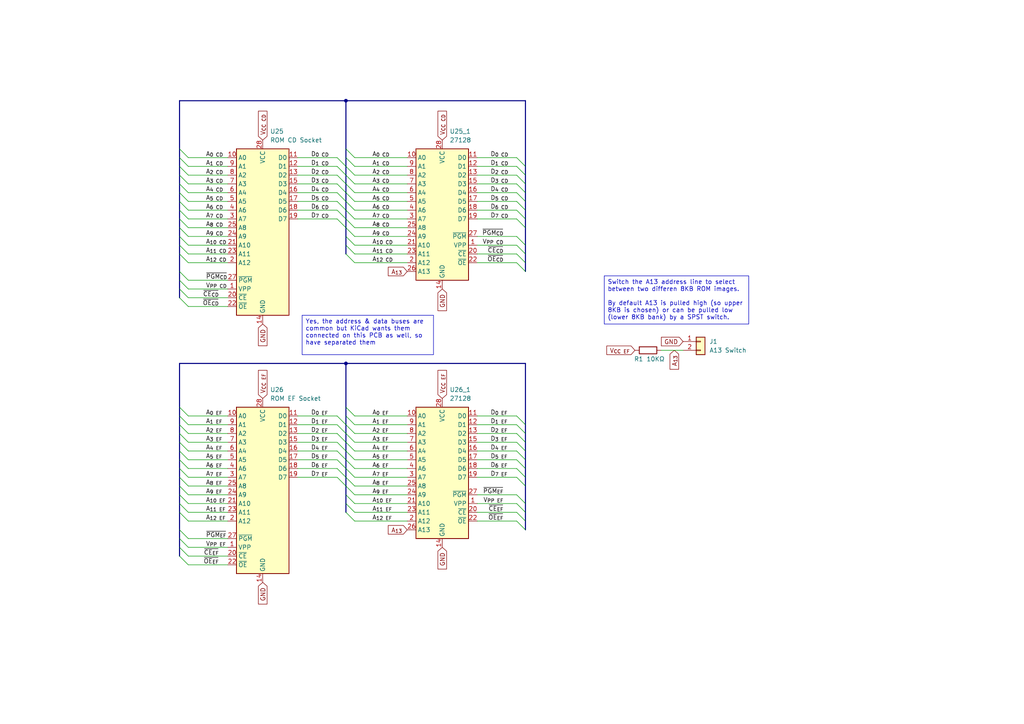
<source format=kicad_sch>
(kicad_sch (version 20250114) (generator "eeschema") (generator_version "9.0")
  (paper "A4")
  (title_block (title "2764 to 27128 Converter for MPF-III") (date "24/NOV/2025") (rev "A") (company "Brett Hallen") (comment 1 "www.youtube.com/@Brfff"))
  (lib_symbols
    (symbol "Connector_Generic:Conn_01x02" (pin_names (offset 1.016) (hide yes))
      (property "Reference" "J" (at 0 2.54 0))
      (property "Value" "Conn_01x02" (at 0 -5.08 0))
      (symbol "Conn_01x02_1_1"
        (rectangle (start -1.27 1.27) (end 1.27 -3.81) (stroke (width 0.254)) (fill (type background)))
        (rectangle (start -1.27 0.127) (end 0 -0.127) (stroke (width 0.1524)))
        (rectangle (start -1.27 -2.413) (end 0 -2.667) (stroke (width 0.1524)))
        (pin passive line (at -5.08 0 0) (length 3.81) (name "Pin_1") (number "1"))
        (pin passive line (at -5.08 -2.54 0) (length 3.81) (name "Pin_2") (number "2"))
      )
    )
    (symbol "Device:R" (pin_numbers (hide yes)) (pin_names (offset 0))
      (property "Reference" "R" (at 2.032 0 90))
      (property "Value" "R" (at 0 0 90))
      (symbol "R_0_1"
        (rectangle (start -1.016 -2.54) (end 1.016 2.54) (stroke (width 0.254)))
      )
      (symbol "R_1_1"
        (pin passive line (at 0 3.81 270) (length 1.27) (name "~") (number "1"))
        (pin passive line (at 0 -3.81 90) (length 1.27) (name "~") (number "2"))
      )
    )
    (symbol "Memory_EPROM:27128"
      (property "Reference" "U2" (at 2.1433 30.48 0))
      (property "Value" "27128" (at 2.1433 27.94 0))
      (symbol "27128_1_1"
        (rectangle (start -7.62 25.4) (end 7.62 -12.7) (stroke (width 0.254)) (fill (type background)))
        (pin input line (at -10.16 22.86 0) (length 2.54) (name "A0") (number "10"))
        (pin input line (at -10.16 20.32 0) (length 2.54) (name "A1") (number "9"))
        (pin input line (at -10.16 17.78 0) (length 2.54) (name "A2") (number "8"))
        (pin input line (at -10.16 15.24 0) (length 2.54) (name "A3") (number "7"))
        (pin input line (at -10.16 12.7 0) (length 2.54) (name "A4") (number "6"))
        (pin input line (at -10.16 10.16 0) (length 2.54) (name "A5") (number "5"))
        (pin input line (at -10.16 7.62 0) (length 2.54) (name "A6") (number "4"))
        (pin input line (at -10.16 5.08 0) (length 2.54) (name "A7") (number "3"))
        (pin input line (at -10.16 2.54 0) (length 2.54) (name "A8") (number "25"))
        (pin input line (at -10.16 0 0) (length 2.54) (name "A9") (number "24"))
        (pin input line (at -10.16 -2.54 0) (length 2.54) (name "A10") (number "21"))
        (pin input line (at -10.16 -5.08 0) (length 2.54) (name "A11") (number "23"))
        (pin input line (at -10.16 -7.62 0) (length 2.54) (name "A12") (number "2"))
        (pin input line (at -10.16 -10.16 0) (length 2.54) (name "A13") (number "26"))
        (pin power_in line (at 0 27.94 270) (length 2.54) (name "VCC") (number "28"))
        (pin power_in line (at 0 -15.24 90) (length 2.54) (name "GND") (number "14"))
        (pin tri_state line (at 10.16 22.86 180) (length 2.54) (name "D0") (number "11"))
        (pin tri_state line (at 10.16 20.32 180) (length 2.54) (name "D1") (number "12"))
        (pin tri_state line (at 10.16 17.78 180) (length 2.54) (name "D2") (number "13"))
        (pin tri_state line (at 10.16 15.24 180) (length 2.54) (name "D3") (number "15"))
        (pin tri_state line (at 10.16 12.7 180) (length 2.54) (name "D4") (number "16"))
        (pin tri_state line (at 10.16 10.16 180) (length 2.54) (name "D5") (number "17"))
        (pin tri_state line (at 10.16 7.62 180) (length 2.54) (name "D6") (number "18"))
        (pin tri_state line (at 10.16 5.08 180) (length 2.54) (name "D7") (number "19"))
        (pin input line (at 10.16 0 180) (length 2.54) (name "~{PGM}") (number "27"))
        (pin input line (at 10.16 -2.54 180) (length 2.54) (name "VPP") (number "1"))
        (pin input line (at 10.16 -5.08 180) (length 2.54) (name "~{CE}") (number "20"))
        (pin input line (at 10.16 -7.62 180) (length 2.54) (name "~{OE}") (number "22"))
      )
    )
    (symbol "Memory_EPROM:2764"
      (property "Reference" "U" (at -7.62 24.13 0))
      (property "Value" "2764" (at 2.54 -26.67 0))
      (symbol "2764_1_1"
        (rectangle (start -7.62 22.86) (end 7.62 -25.4) (stroke (width 0.254)) (fill (type background)))
        (pin input line (at -10.16 20.32 0) (length 2.54) (name "A0") (number "10"))
        (pin input line (at -10.16 17.78 0) (length 2.54) (name "A1") (number "9"))
        (pin input line (at -10.16 15.24 0) (length 2.54) (name "A2") (number "8"))
        (pin input line (at -10.16 12.7 0) (length 2.54) (name "A3") (number "7"))
        (pin input line (at -10.16 10.16 0) (length 2.54) (name "A4") (number "6"))
        (pin input line (at -10.16 7.62 0) (length 2.54) (name "A5") (number "5"))
        (pin input line (at -10.16 5.08 0) (length 2.54) (name "A6") (number "4"))
        (pin input line (at -10.16 2.54 0) (length 2.54) (name "A7") (number "3"))
        (pin input line (at -10.16 0 0) (length 2.54) (name "A8") (number "25"))
        (pin input line (at -10.16 -2.54 0) (length 2.54) (name "A9") (number "24"))
        (pin input line (at -10.16 -5.08 0) (length 2.54) (name "A10") (number "21"))
        (pin input line (at -10.16 -7.62 0) (length 2.54) (name "A11") (number "23"))
        (pin input line (at -10.16 -10.16 0) (length 2.54) (name "A12") (number "2"))
        (pin input line (at -10.16 -15.24 0) (length 2.54) (name "~{PGM}") (number "27"))
        (pin input line (at -10.16 -17.78 0) (length 2.54) (name "VPP") (number "1"))
        (pin input line (at -10.16 -20.32 0) (length 2.54) (name "~{CE}") (number "20"))
        (pin input line (at -10.16 -22.86 0) (length 2.54) (name "~{OE}") (number "22"))
        (pin power_in line (at 0 25.4 270) (length 2.54) (name "VCC") (number "28"))
        (pin power_in line (at 0 -27.94 90) (length 2.54) (name "GND") (number "14"))
        (pin no_connect line (at 7.62 0 180) (length 2.54) (hide yes) (name "NC") (number "26"))
        (pin tri_state line (at 10.16 20.32 180) (length 2.54) (name "D0") (number "11"))
        (pin tri_state line (at 10.16 17.78 180) (length 2.54) (name "D1") (number "12"))
        (pin tri_state line (at 10.16 15.24 180) (length 2.54) (name "D2") (number "13"))
        (pin tri_state line (at 10.16 12.7 180) (length 2.54) (name "D3") (number "15"))
        (pin tri_state line (at 10.16 10.16 180) (length 2.54) (name "D4") (number "16"))
        (pin tri_state line (at 10.16 7.62 180) (length 2.54) (name "D5") (number "17"))
        (pin tri_state line (at 10.16 5.08 180) (length 2.54) (name "D6") (number "18"))
        (pin tri_state line (at 10.16 2.54 180) (length 2.54) (name "D7") (number "19"))
      )
    )
  )
  (text_box "Switch the A13 address line to select between two differen 8KB ROM images.\n\nBy default A13 is pulled high (so upper 8KB is chosen) or can be pulled low (lower 8KB bank) by a SPST switch." (at 175.26 80.01 0) (size 41.91 13.97) (margins 0.9525 0.9525 0.9525 0.9525) (effects (font (size 1.27 1.27)) (justify left top)))
  (text_box "Yes, the address & data buses are common but KiCad wants them connected on this PCB as well, so have separated them" (at 87.63 91.44 0) (size 38.1 11.43) (margins 0.9525 0.9525 0.9525 0.9525) (effects (font (size 1.27 1.27)) (justify left top)))
  (junction (at 100.33 105.41))
  (junction (at 100.33 29.21))
  (bus_entry (at 52.07 43.18) (size 2.54 2.54))
  (bus_entry (at 149.86 45.72) (size 2.54 2.54))
  (bus_entry (at 149.86 125.73) (size 2.54 2.54))
  (bus_entry (at 52.07 68.58) (size 2.54 2.54))
  (bus_entry (at 149.86 53.34) (size 2.54 2.54))
  (bus_entry (at 100.33 135.89) (size 2.54 2.54))
  (bus_entry (at 52.07 148.59) (size 2.54 2.54))
  (bus_entry (at 100.33 125.73) (size 2.54 2.54))
  (bus_entry (at 100.33 68.58) (size 2.54 2.54))
  (bus_entry (at 100.33 143.51) (size 2.54 2.54))
  (bus_entry (at 149.86 55.88) (size 2.54 2.54))
  (bus_entry (at 52.07 140.97) (size 2.54 2.54))
  (bus_entry (at 52.07 48.26) (size 2.54 2.54))
  (bus_entry (at 149.86 151.13) (size 2.54 2.54))
  (bus_entry (at 52.07 78.74) (size 2.54 2.54))
  (bus_entry (at 100.33 146.05) (size 2.54 2.54))
  (bus_entry (at 149.86 135.89) (size 2.54 2.54))
  (bus_entry (at 52.07 146.05) (size 2.54 2.54))
  (bus_entry (at 52.07 125.73) (size 2.54 2.54))
  (bus_entry (at 52.07 81.28) (size 2.54 2.54))
  (bus_entry (at 100.33 148.59) (size 2.54 2.54))
  (bus_entry (at 100.33 60.96) (size 2.54 2.54))
  (bus_entry (at 97.79 135.89) (size 2.54 2.54))
  (bus_entry (at 52.07 50.8) (size 2.54 2.54))
  (bus_entry (at 100.33 48.26) (size 2.54 2.54))
  (bus_entry (at 100.33 66.04) (size 2.54 2.54))
  (bus_entry (at 97.79 53.34) (size 2.54 2.54))
  (bus_entry (at 149.86 130.81) (size 2.54 2.54))
  (bus_entry (at 97.79 138.43) (size 2.54 2.54))
  (bus_entry (at 149.86 48.26) (size 2.54 2.54))
  (bus_entry (at 97.79 120.65) (size 2.54 2.54))
  (bus_entry (at 149.86 133.35) (size 2.54 2.54))
  (bus_entry (at 52.07 128.27) (size 2.54 2.54))
  (bus_entry (at 52.07 138.43) (size 2.54 2.54))
  (bus_entry (at 97.79 55.88) (size 2.54 2.54))
  (bus_entry (at 100.33 43.18) (size 2.54 2.54))
  (bus_entry (at 52.07 66.04) (size 2.54 2.54))
  (bus_entry (at 52.07 60.96) (size 2.54 2.54))
  (bus_entry (at 149.86 60.96) (size 2.54 2.54))
  (bus_entry (at 52.07 161.29) (size 2.54 2.54))
  (bus_entry (at 149.86 50.8) (size 2.54 2.54))
  (bus_entry (at 97.79 58.42) (size 2.54 2.54))
  (bus_entry (at 97.79 60.96) (size 2.54 2.54))
  (bus_entry (at 149.86 123.19) (size 2.54 2.54))
  (bus_entry (at 100.33 73.66) (size 2.54 2.54))
  (bus_entry (at 97.79 133.35) (size 2.54 2.54))
  (bus_entry (at 149.86 128.27) (size 2.54 2.54))
  (bus_entry (at 52.07 58.42) (size 2.54 2.54))
  (bus_entry (at 97.79 125.73) (size 2.54 2.54))
  (bus_entry (at 100.33 133.35) (size 2.54 2.54))
  (bus_entry (at 52.07 153.67) (size 2.54 2.54))
  (bus_entry (at 97.79 50.8) (size 2.54 2.54))
  (bus_entry (at 149.86 120.65) (size 2.54 2.54))
  (bus_entry (at 52.07 55.88) (size 2.54 2.54))
  (bus_entry (at 100.33 55.88) (size 2.54 2.54))
  (bus_entry (at 149.86 138.43) (size 2.54 2.54))
  (bus_entry (at 149.86 146.05) (size 2.54 2.54))
  (bus_entry (at 52.07 133.35) (size 2.54 2.54))
  (bus_entry (at 52.07 45.72) (size 2.54 2.54))
  (bus_entry (at 100.33 50.8) (size 2.54 2.54))
  (bus_entry (at 100.33 53.34) (size 2.54 2.54))
  (bus_entry (at 100.33 140.97) (size 2.54 2.54))
  (bus_entry (at 149.86 58.42) (size 2.54 2.54))
  (bus_entry (at 97.79 63.5) (size 2.54 2.54))
  (bus_entry (at 97.79 45.72) (size 2.54 2.54))
  (bus_entry (at 52.07 83.82) (size 2.54 2.54))
  (bus_entry (at 100.33 71.12) (size 2.54 2.54))
  (bus_entry (at 52.07 63.5) (size 2.54 2.54))
  (bus_entry (at 149.86 148.59) (size 2.54 2.54))
  (bus_entry (at 52.07 71.12) (size 2.54 2.54))
  (bus_entry (at 100.33 130.81) (size 2.54 2.54))
  (bus_entry (at 52.07 143.51) (size 2.54 2.54))
  (bus_entry (at 149.86 76.2) (size 2.54 2.54))
  (bus_entry (at 149.86 143.51) (size 2.54 2.54))
  (bus_entry (at 97.79 123.19) (size 2.54 2.54))
  (bus_entry (at 100.33 58.42) (size 2.54 2.54))
  (bus_entry (at 100.33 120.65) (size 2.54 2.54))
  (bus_entry (at 52.07 135.89) (size 2.54 2.54))
  (bus_entry (at 97.79 128.27) (size 2.54 2.54))
  (bus_entry (at 52.07 158.75) (size 2.54 2.54))
  (bus_entry (at 52.07 73.66) (size 2.54 2.54))
  (bus_entry (at 100.33 138.43) (size 2.54 2.54))
  (bus_entry (at 100.33 63.5) (size 2.54 2.54))
  (bus_entry (at 149.86 71.12) (size 2.54 2.54))
  (bus_entry (at 100.33 123.19) (size 2.54 2.54))
  (bus_entry (at 97.79 130.81) (size 2.54 2.54))
  (bus_entry (at 52.07 130.81) (size 2.54 2.54))
  (bus_entry (at 97.79 48.26) (size 2.54 2.54))
  (bus_entry (at 52.07 86.36) (size 2.54 2.54))
  (bus_entry (at 149.86 73.66) (size 2.54 2.54))
  (bus_entry (at 100.33 45.72) (size 2.54 2.54))
  (bus_entry (at 52.07 120.65) (size 2.54 2.54))
  (bus_entry (at 52.07 156.21) (size 2.54 2.54))
  (bus_entry (at 52.07 118.11) (size 2.54 2.54))
  (bus_entry (at 149.86 63.5) (size 2.54 2.54))
  (bus_entry (at 100.33 118.11) (size 2.54 2.54))
  (bus_entry (at 100.33 128.27) (size 2.54 2.54))
  (bus_entry (at 52.07 53.34) (size 2.54 2.54))
  (bus_entry (at 52.07 123.19) (size 2.54 2.54))
  (bus_entry (at 149.86 68.58) (size 2.54 2.54))
  (bus (pts (xy 52.07 73.66) (xy 52.07 71.12)))
  (bus (pts (xy 100.33 105.41) (xy 152.4 105.41)))
  (wire (pts (xy 54.61 163.83) (xy 66.04 163.83)))
  (bus (pts (xy 52.07 123.19) (xy 52.07 120.65)))
  (wire (pts (xy 86.36 63.5) (xy 97.79 63.5)))
  (bus (pts (xy 152.4 138.43) (xy 152.4 140.97)))
  (wire (pts (xy 54.61 138.43) (xy 66.04 138.43)))
  (bus (pts (xy 52.07 148.59) (xy 52.07 146.05)))
  (wire (pts (xy 102.87 63.5) (xy 118.11 63.5)))
  (bus (pts (xy 152.4 125.73) (xy 152.4 128.27)))
  (wire (pts (xy 54.61 50.8) (xy 66.04 50.8)))
  (wire (pts (xy 86.36 120.65) (xy 97.79 120.65)))
  (bus (pts (xy 52.07 153.67) (xy 52.07 156.21)))
  (bus (pts (xy 152.4 60.96) (xy 152.4 63.5)))
  (wire (pts (xy 191.77 101.6) (xy 198.12 101.6)))
  (bus (pts (xy 52.07 128.27) (xy 52.07 125.73)))
  (wire (pts (xy 86.36 135.89) (xy 97.79 135.89)))
  (bus (pts (xy 152.4 55.88) (xy 152.4 58.42)))
  (bus (pts (xy 52.07 60.96) (xy 52.07 58.42)))
  (wire (pts (xy 54.61 73.66) (xy 66.04 73.66)))
  (bus (pts (xy 52.07 63.5) (xy 52.07 60.96)))
  (wire (pts (xy 54.61 158.75) (xy 66.04 158.75)))
  (wire (pts (xy 54.61 71.12) (xy 66.04 71.12)))
  (wire (pts (xy 54.61 125.73) (xy 66.04 125.73)))
  (bus (pts (xy 52.07 148.59) (xy 52.07 153.67)))
  (bus (pts (xy 52.07 83.82) (xy 52.07 86.36)))
  (bus (pts (xy 152.4 73.66) (xy 152.4 76.2)))
  (wire (pts (xy 54.61 140.97) (xy 66.04 140.97)))
  (wire (pts (xy 54.61 156.21) (xy 66.04 156.21)))
  (wire (pts (xy 102.87 128.27) (xy 118.11 128.27)))
  (bus (pts (xy 100.33 118.11) (xy 100.33 120.65)))
  (bus (pts (xy 152.4 58.42) (xy 152.4 60.96)))
  (wire (pts (xy 138.43 45.72) (xy 149.86 45.72)))
  (wire (pts (xy 54.61 60.96) (xy 66.04 60.96)))
  (bus (pts (xy 100.33 58.42) (xy 100.33 60.96)))
  (bus (pts (xy 52.07 45.72) (xy 52.07 43.18)))
  (bus (pts (xy 100.33 45.72) (xy 100.33 48.26)))
  (wire (pts (xy 54.61 66.04) (xy 66.04 66.04)))
  (wire (pts (xy 102.87 48.26) (xy 118.11 48.26)))
  (wire (pts (xy 54.61 45.72) (xy 66.04 45.72)))
  (wire (pts (xy 138.43 63.5) (xy 149.86 63.5)))
  (wire (pts (xy 102.87 133.35) (xy 118.11 133.35)))
  (wire (pts (xy 102.87 143.51) (xy 118.11 143.51)))
  (wire (pts (xy 138.43 138.43) (xy 149.86 138.43)))
  (bus (pts (xy 100.33 120.65) (xy 100.33 123.19)))
  (wire (pts (xy 102.87 66.04) (xy 118.11 66.04)))
  (wire (pts (xy 102.87 151.13) (xy 118.11 151.13)))
  (bus (pts (xy 52.07 55.88) (xy 52.07 53.34)))
  (wire (pts (xy 102.87 140.97) (xy 118.11 140.97)))
  (bus (pts (xy 152.4 151.13) (xy 152.4 153.67)))
  (wire (pts (xy 138.43 151.13) (xy 149.86 151.13)))
  (wire (pts (xy 54.61 123.19) (xy 66.04 123.19)))
  (wire (pts (xy 54.61 143.51) (xy 66.04 143.51)))
  (wire (pts (xy 138.43 71.12) (xy 149.86 71.12)))
  (bus (pts (xy 100.33 138.43) (xy 100.33 140.97)))
  (bus (pts (xy 52.07 146.05) (xy 52.07 143.51)))
  (wire (pts (xy 86.36 133.35) (xy 97.79 133.35)))
  (bus (pts (xy 52.07 48.26) (xy 52.07 45.72)))
  (bus (pts (xy 100.33 50.8) (xy 100.33 53.34)))
  (wire (pts (xy 138.43 135.89) (xy 149.86 135.89)))
  (wire (pts (xy 86.36 55.88) (xy 97.79 55.88)))
  (bus (pts (xy 100.33 68.58) (xy 100.33 71.12)))
  (wire (pts (xy 138.43 146.05) (xy 149.86 146.05)))
  (wire (pts (xy 54.61 58.42) (xy 66.04 58.42)))
  (wire (pts (xy 138.43 120.65) (xy 149.86 120.65)))
  (bus (pts (xy 52.07 105.41) (xy 100.33 105.41)))
  (bus (pts (xy 52.07 78.74) (xy 52.07 81.28)))
  (bus (pts (xy 152.4 29.21) (xy 152.4 48.26)))
  (wire (pts (xy 138.43 130.81) (xy 149.86 130.81)))
  (bus (pts (xy 152.4 71.12) (xy 152.4 73.66)))
  (bus (pts (xy 52.07 50.8) (xy 52.07 48.26)))
  (wire (pts (xy 102.87 146.05) (xy 118.11 146.05)))
  (bus (pts (xy 52.07 130.81) (xy 52.07 128.27)))
  (bus (pts (xy 100.33 135.89) (xy 100.33 138.43)))
  (bus (pts (xy 52.07 135.89) (xy 52.07 133.35)))
  (wire (pts (xy 54.61 86.36) (xy 66.04 86.36)))
  (bus (pts (xy 52.07 58.42) (xy 52.07 55.88)))
  (wire (pts (xy 138.43 133.35) (xy 149.86 133.35)))
  (bus (pts (xy 100.33 123.19) (xy 100.33 125.73)))
  (wire (pts (xy 102.87 130.81) (xy 118.11 130.81)))
  (bus (pts (xy 152.4 130.81) (xy 152.4 133.35)))
  (wire (pts (xy 102.87 71.12) (xy 118.11 71.12)))
  (wire (pts (xy 54.61 130.81) (xy 66.04 130.81)))
  (bus (pts (xy 100.33 140.97) (xy 100.33 143.51)))
  (bus (pts (xy 100.33 146.05) (xy 100.33 148.59)))
  (wire (pts (xy 102.87 53.34) (xy 118.11 53.34)))
  (wire (pts (xy 86.36 53.34) (xy 97.79 53.34)))
  (bus (pts (xy 100.33 48.26) (xy 100.33 50.8)))
  (bus (pts (xy 100.33 71.12) (xy 100.33 73.66)))
  (wire (pts (xy 54.61 83.82) (xy 66.04 83.82)))
  (bus (pts (xy 152.4 123.19) (xy 152.4 125.73)))
  (wire (pts (xy 138.43 68.58) (xy 149.86 68.58)))
  (bus (pts (xy 52.07 71.12) (xy 52.07 68.58)))
  (wire (pts (xy 138.43 143.51) (xy 149.86 143.51)))
  (wire (pts (xy 54.61 151.13) (xy 66.04 151.13)))
  (bus (pts (xy 152.4 140.97) (xy 152.4 146.05)))
  (wire (pts (xy 138.43 123.19) (xy 149.86 123.19)))
  (wire (pts (xy 86.36 128.27) (xy 97.79 128.27)))
  (bus (pts (xy 100.33 60.96) (xy 100.33 63.5)))
  (bus (pts (xy 52.07 73.66) (xy 52.07 78.74)))
  (bus (pts (xy 52.07 140.97) (xy 52.07 138.43)))
  (bus (pts (xy 152.4 76.2) (xy 152.4 78.74)))
  (bus (pts (xy 100.33 29.21) (xy 152.4 29.21)))
  (wire (pts (xy 86.36 58.42) (xy 97.79 58.42)))
  (wire (pts (xy 102.87 120.65) (xy 118.11 120.65)))
  (wire (pts (xy 54.61 120.65) (xy 66.04 120.65)))
  (bus (pts (xy 152.4 148.59) (xy 152.4 151.13)))
  (wire (pts (xy 102.87 138.43) (xy 118.11 138.43)))
  (wire (pts (xy 54.61 146.05) (xy 66.04 146.05)))
  (bus (pts (xy 152.4 135.89) (xy 152.4 138.43)))
  (wire (pts (xy 138.43 73.66) (xy 149.86 73.66)))
  (wire (pts (xy 54.61 135.89) (xy 66.04 135.89)))
  (bus (pts (xy 152.4 133.35) (xy 152.4 135.89)))
  (bus (pts (xy 52.07 125.73) (xy 52.07 123.19)))
  (wire (pts (xy 54.61 68.58) (xy 66.04 68.58)))
  (wire (pts (xy 102.87 73.66) (xy 118.11 73.66)))
  (bus (pts (xy 100.33 63.5) (xy 100.33 66.04)))
  (wire (pts (xy 54.61 133.35) (xy 66.04 133.35)))
  (wire (pts (xy 54.61 148.59) (xy 66.04 148.59)))
  (bus (pts (xy 152.4 63.5) (xy 152.4 66.04)))
  (wire (pts (xy 138.43 53.34) (xy 149.86 53.34)))
  (bus (pts (xy 152.4 48.26) (xy 152.4 50.8)))
  (wire (pts (xy 54.61 55.88) (xy 66.04 55.88)))
  (bus (pts (xy 100.33 55.88) (xy 100.33 58.42)))
  (bus (pts (xy 52.07 156.21) (xy 52.07 158.75)))
  (bus (pts (xy 152.4 66.04) (xy 152.4 71.12)))
  (wire (pts (xy 54.61 88.9) (xy 66.04 88.9)))
  (wire (pts (xy 86.36 48.26) (xy 97.79 48.26)))
  (bus (pts (xy 100.33 125.73) (xy 100.33 128.27)))
  (wire (pts (xy 54.61 81.28) (xy 66.04 81.28)))
  (bus (pts (xy 100.33 43.18) (xy 100.33 45.72)))
  (bus (pts (xy 152.4 53.34) (xy 152.4 55.88)))
  (wire (pts (xy 102.87 123.19) (xy 118.11 123.19)))
  (bus (pts (xy 152.4 105.41) (xy 152.4 123.19)))
  (wire (pts (xy 54.61 48.26) (xy 66.04 48.26)))
  (bus (pts (xy 100.33 53.34) (xy 100.33 55.88)))
  (wire (pts (xy 54.61 161.29) (xy 66.04 161.29)))
  (wire (pts (xy 102.87 125.73) (xy 118.11 125.73)))
  (bus (pts (xy 100.33 66.04) (xy 100.33 68.58)))
  (wire (pts (xy 138.43 148.59) (xy 149.86 148.59)))
  (wire (pts (xy 102.87 50.8) (xy 118.11 50.8)))
  (bus (pts (xy 52.07 133.35) (xy 52.07 130.81)))
  (wire (pts (xy 138.43 128.27) (xy 149.86 128.27)))
  (wire (pts (xy 102.87 45.72) (xy 118.11 45.72)))
  (wire (pts (xy 102.87 135.89) (xy 118.11 135.89)))
  (wire (pts (xy 86.36 45.72) (xy 97.79 45.72)))
  (bus (pts (xy 52.07 120.65) (xy 52.07 118.11)))
  (wire (pts (xy 86.36 138.43) (xy 97.79 138.43)))
  (bus (pts (xy 100.33 29.21) (xy 100.33 43.18)))
  (wire (pts (xy 54.61 63.5) (xy 66.04 63.5)))
  (wire (pts (xy 102.87 60.96) (xy 118.11 60.96)))
  (bus (pts (xy 100.33 133.35) (xy 100.33 135.89)))
  (bus (pts (xy 100.33 105.41) (xy 100.33 118.11)))
  (bus (pts (xy 52.07 118.11) (xy 52.07 105.41)))
  (wire (pts (xy 86.36 50.8) (xy 97.79 50.8)))
  (bus (pts (xy 52.07 81.28) (xy 52.07 83.82)))
  (wire (pts (xy 54.61 76.2) (xy 66.04 76.2)))
  (wire (pts (xy 86.36 123.19) (xy 97.79 123.19)))
  (wire (pts (xy 102.87 76.2) (xy 118.11 76.2)))
  (wire (pts (xy 138.43 76.2) (xy 149.86 76.2)))
  (bus (pts (xy 52.07 68.58) (xy 52.07 66.04)))
  (bus (pts (xy 52.07 43.18) (xy 52.07 29.21)))
  (bus (pts (xy 100.33 130.81) (xy 100.33 133.35)))
  (wire (pts (xy 54.61 53.34) (xy 66.04 53.34)))
  (wire (pts (xy 86.36 60.96) (xy 97.79 60.96)))
  (bus (pts (xy 152.4 128.27) (xy 152.4 130.81)))
  (wire (pts (xy 86.36 125.73) (xy 97.79 125.73)))
  (wire (pts (xy 102.87 58.42) (xy 118.11 58.42)))
  (wire (pts (xy 102.87 68.58) (xy 118.11 68.58)))
  (wire (pts (xy 86.36 130.81) (xy 97.79 130.81)))
  (bus (pts (xy 100.33 128.27) (xy 100.33 130.81)))
  (bus (pts (xy 52.07 158.75) (xy 52.07 161.29)))
  (wire (pts (xy 138.43 48.26) (xy 149.86 48.26)))
  (bus (pts (xy 52.07 53.34) (xy 52.07 50.8)))
  (bus (pts (xy 52.07 29.21) (xy 100.33 29.21)))
  (bus (pts (xy 152.4 146.05) (xy 152.4 148.59)))
  (bus (pts (xy 52.07 138.43) (xy 52.07 135.89)))
  (wire (pts (xy 102.87 55.88) (xy 118.11 55.88)))
  (bus (pts (xy 52.07 66.04) (xy 52.07 63.5)))
  (wire (pts (xy 54.61 128.27) (xy 66.04 128.27)))
  (bus (pts (xy 100.33 143.51) (xy 100.33 146.05)))
  (bus (pts (xy 152.4 50.8) (xy 152.4 53.34)))
  (wire (pts (xy 138.43 60.96) (xy 149.86 60.96)))
  (wire (pts (xy 102.87 148.59) (xy 118.11 148.59)))
  (wire (pts (xy 138.43 125.73) (xy 149.86 125.73)))
  (wire (pts (xy 138.43 50.8) (xy 149.86 50.8)))
  (wire (pts (xy 138.43 58.42) (xy 149.86 58.42)))
  (wire (pts (xy 138.43 55.88) (xy 149.86 55.88)))
  (bus (pts (xy 52.07 143.51) (xy 52.07 140.97)))
  (label "A_{4 CD}" (at 59.69 55.88 0))
  (label "D_{6 CD}" (at 90.17 60.96 0))
  (label "D_{3 CD}" (at 90.17 53.34 0))
  (label "D_{3 CD}" (at 142.24 53.34 0))
  (label "D_{4 EF}" (at 142.24 130.81 0))
  (label "A_{3 CD}" (at 59.69 53.34 0))
  (label "A_{9 CD}" (at 107.95 68.58 0))
  (label "A_{10 CD}" (at 107.95 71.12 0))
  (label "~{CE_{EF}}" (at 63.5 161.29 180))
  (label "~{OE_{EF}}" (at 146.05 151.13 180))
  (label "A_{8 EF}" (at 107.95 140.97 0))
  (label "A_{2 EF}" (at 107.95 125.73 0))
  (label "D_{0 EF}" (at 142.24 120.65 0))
  (label "A_{4 EF}" (at 107.95 130.81 0))
  (label "D_{0 CD}" (at 90.17 45.72 0))
  (label "~{PGM_{EF}}" (at 146.05 143.51 180))
  (label "D_{4 CD}" (at 142.24 55.88 0))
  (label "A_{3 CD}" (at 107.95 53.34 0))
  (label "A_{5 CD}" (at 107.95 58.42 0))
  (label "D_{1 EF}" (at 142.24 123.19 0))
  (label "~{CE_{EF}}" (at 146.05 148.59 180))
  (label "A_{6 CD}" (at 107.95 60.96 0))
  (label "D_{2 CD}" (at 142.24 50.8 0))
  (label "D_{4 EF}" (at 90.17 130.81 0))
  (label "D_{2 CD}" (at 90.17 50.8 0))
  (label "D_{7 EF}" (at 142.24 138.43 0))
  (label "~{CE_{CD}}" (at 146.05 73.66 180))
  (label "D_{2 EF}" (at 142.24 125.73 0))
  (label "A_{6 CD}" (at 59.69 60.96 0))
  (label "~{PGM_{EF}}" (at 59.69 156.21 0))
  (label "D_{3 EF}" (at 142.24 128.27 0))
  (label "A_{9 EF}" (at 59.69 143.51 0))
  (label "A_{6 EF}" (at 107.95 135.89 0))
  (label "D_{6 EF}" (at 142.24 135.89 0))
  (label "A_{3 EF}" (at 59.69 128.27 0))
  (label "~{CE_{CD}}" (at 63.5 86.36 180))
  (label "D_{5 CD}" (at 142.24 58.42 0))
  (label "V_{PP CD}" (at 59.69 83.82 0))
  (label "A_{9 CD}" (at 59.69 68.58 0))
  (label "D_{5 EF}" (at 90.17 133.35 0))
  (label "D_{6 CD}" (at 142.24 60.96 0))
  (label "D_{0 CD}" (at 142.24 45.72 0))
  (label "D_{1 EF}" (at 90.17 123.19 0))
  (label "A_{0 CD}" (at 107.95 45.72 0))
  (label "D_{5 CD}" (at 90.17 58.42 0))
  (label "V_{PP EF}" (at 59.69 158.75 0))
  (label "A_{1 EF}" (at 59.69 123.19 0))
  (label "A_{12 CD}" (at 59.69 76.2 0))
  (label "D_{5 EF}" (at 142.24 133.35 0))
  (label "A_{6 EF}" (at 59.69 135.89 0))
  (label "A_{2 CD}" (at 59.69 50.8 0))
  (label "D_{3 EF}" (at 90.17 128.27 0))
  (label "A_{8 EF}" (at 59.69 140.97 0))
  (label "A_{0 EF}" (at 59.69 120.65 0))
  (label "A_{9 EF}" (at 107.95 143.51 0))
  (label "~{PGM_{CD}}" (at 59.69 81.28 0))
  (label "A_{8 CD}" (at 107.95 66.04 0))
  (label "A_{2 CD}" (at 107.95 50.8 0))
  (label "~{OE_{CD}}" (at 63.5 88.9 180))
  (label "D_{4 CD}" (at 90.17 55.88 0))
  (label "D_{0 EF}" (at 90.17 120.65 0))
  (label "D_{7 CD}" (at 90.17 63.5 0))
  (label "A_{5 EF}" (at 107.95 133.35 0))
  (label "A_{7 EF}" (at 107.95 138.43 0))
  (label "~{OE_{CD}}" (at 146.05 76.2 180))
  (label "D_{1 CD}" (at 90.17 48.26 0))
  (label "A_{4 CD}" (at 107.95 55.88 0))
  (label "A_{0 EF}" (at 107.95 120.65 0))
  (label "D_{6 EF}" (at 90.17 135.89 0))
  (label "A_{12 EF}" (at 107.95 151.13 0))
  (label "A_{1 CD}" (at 59.69 48.26 0))
  (label "D_{2 EF}" (at 90.17 125.73 0))
  (label "A_{8 CD}" (at 59.69 66.04 0))
  (label "A_{7 CD}" (at 107.95 63.5 0))
  (label "A_{5 EF}" (at 59.69 133.35 0))
  (label "A_{1 CD}" (at 107.95 48.26 0))
  (label "A_{11 CD}" (at 59.69 73.66 0))
  (label "~{PGM_{CD}}" (at 146.05 68.58 180))
  (label "V_{PP EF}" (at 146.05 146.05 180))
  (label "A_{5 CD}" (at 59.69 58.42 0))
  (label "A_{10 EF}" (at 59.69 146.05 0))
  (label "D_{1 CD}" (at 142.24 48.26 0))
  (label "A_{7 EF}" (at 59.69 138.43 0))
  (label "A_{0 CD}" (at 59.69 45.72 0))
  (label "A_{2 EF}" (at 59.69 125.73 0))
  (label "A_{3 EF}" (at 107.95 128.27 0))
  (label "A_{11 CD}" (at 107.95 73.66 0))
  (label "A_{10 CD}" (at 59.69 71.12 0))
  (label "A_{12 EF}" (at 59.69 151.13 0))
  (label "A_{12 CD}" (at 107.95 76.2 0))
  (label "A_{7 CD}" (at 59.69 63.5 0))
  (label "A_{4 EF}" (at 59.69 130.81 0))
  (label "D_{7 CD}" (at 142.24 63.5 0))
  (label "V_{PP CD}" (at 146.05 71.12 180))
  (label "A_{11 EF}" (at 59.69 148.59 0))
  (label "A_{1 EF}" (at 107.95 123.19 0))
  (label "A_{10 EF}" (at 107.95 146.05 0))
  (label "D_{7 EF}" (at 90.17 138.43 0))
  (label "~{OE_{EF}}" (at 63.5 163.83 180))
  (label "A_{11 EF}" (at 107.95 148.59 0))
  (global_label "GND" (shape input) (at 76.2 93.98 270) (property "Intersheetrefs" "${INTERSHEET_REFS}" (effects (hide yes))))
  (global_label "GND" (shape input) (at 76.2 168.91 270) (property "Intersheetrefs" "${INTERSHEET_REFS}" (effects (hide yes))))
  (global_label "A_{13}" (shape input) (at 118.11 153.67 180) (property "Intersheetrefs" "${INTERSHEET_REFS}" (effects (hide yes))))
  (global_label "V_{CC EF}" (shape input) (at 184.15 101.6 180) (property "Intersheetrefs" "${INTERSHEET_REFS}" (effects (hide yes))))
  (global_label "GND" (shape input) (at 198.12 99.06 180) (property "Intersheetrefs" "${INTERSHEET_REFS}" (effects (hide yes))))
  (global_label "V_{CC EF}" (shape input) (at 76.2 115.57 90) (property "Intersheetrefs" "${INTERSHEET_REFS}" (effects (hide yes))))
  (global_label "GND" (shape input) (at 128.27 83.82 270) (property "Intersheetrefs" "${INTERSHEET_REFS}" (effects (hide yes))))
  (global_label "V_{CC CD}" (shape input) (at 128.27 40.64 90) (property "Intersheetrefs" "${INTERSHEET_REFS}" (effects (hide yes))))
  (global_label "V_{CC EF}" (shape input) (at 128.27 115.57 90) (property "Intersheetrefs" "${INTERSHEET_REFS}" (effects (hide yes))))
  (global_label "A_{13}" (shape input) (at 195.58 101.6 270) (property "Intersheetrefs" "${INTERSHEET_REFS}" (effects (hide yes))))
  (global_label "A_{13}" (shape input) (at 118.11 78.74 180) (property "Intersheetrefs" "${INTERSHEET_REFS}" (effects (hide yes))))
  (global_label "V_{CC CD}" (shape input) (at 76.2 40.64 90) (property "Intersheetrefs" "${INTERSHEET_REFS}" (effects (hide yes))))
  (global_label "GND" (shape input) (at 128.27 158.75 270) (property "Intersheetrefs" "${INTERSHEET_REFS}" (effects (hide yes))))
  (symbol (lib_id "Connector_Generic:Conn_01x02") (at 203.2 99.06 0) (unit 1)
    (property "Reference" "J1" (at 205.74 99.0599 0) (effects (justify left)))
    (property "Value" "A13 Switch" (at 205.74 101.5999 0) (effects (justify left)))
    (property "Footprint" "Connector_PinHeader_2.54mm:PinHeader_1x02_P2.54mm_Vertical" (effects (hide yes)))
    (property "Description" "Generic connector, single row, 01x02, script generated (kicad-library-utils/schlib/autogen/connector/)" (effects (hide yes)))
  )
  (symbol (lib_id "Memory_EPROM:27128") (at 128.27 68.58 0) (unit 1)
    (property "Reference" "U25_1" (at 130.4133 38.1 0) (effects (justify left)))
    (property "Value" "27128" (at 130.4133 40.64 0) (effects (justify left)))
    (property "Footprint" "Package_DIP:DIP-28_W15.24mm" (effects (hide yes)))
    (property "Datasheet" "http://eeshop.unl.edu/pdf/27128.pdf" (effects (hide yes)))
    (property "Description" "UV Erasable EPROM 128 KiBit, [Obsolete 2000-11]" (effects (hide yes)))
  )
  (symbol (lib_id "Device:R") (at 187.96 101.6 270) (unit 1)
    (property "Reference" "R1" (at 183.896 104.14 90) (effects (justify left)))
    (property "Value" "10KΩ" (at 187.452 104.14 90) (effects (justify left)))
    (property "Footprint" "Resistor_THT:R_Axial_DIN0207_L6.3mm_D2.5mm_P7.62mm_Horizontal" (effects (hide yes)))
    (property "Description" "Resistor" (effects (hide yes)))
  )
  (symbol (lib_id "Memory_EPROM:2764") (at 76.2 66.04 0) (unit 1)
    (property "Reference" "U25" (at 78.3433 38.1 0) (effects (justify left)))
    (property "Value" "ROM CD Socket" (at 78.3433 40.64 0) (effects (justify left)))
    (property "Footprint" "Clueless_Engineer:DIP-28_Adapter" (effects (hide yes)))
    (property "Datasheet" "https://downloads.reactivemicro.com/Electronics/ROM/2764%20EPROM.pdf" (effects (hide yes)))
    (property "Description" "EPROM 64 KiBit, [Obsolete 2000-11]" (effects (hide yes)))
  )
  (symbol (lib_id "Memory_EPROM:2764") (at 76.2 140.97 0) (unit 1)
    (property "Reference" "U26" (at 78.3433 113.03 0) (effects (justify left)))
    (property "Value" "ROM EF Socket" (at 78.3433 115.57 0) (effects (justify left)))
    (property "Footprint" "Clueless_Engineer:DIP-28_Adapter" (effects (hide yes)))
    (property "Datasheet" "https://downloads.reactivemicro.com/Electronics/ROM/2764%20EPROM.pdf" (effects (hide yes)))
    (property "Description" "EPROM 64 KiBit, [Obsolete 2000-11]" (effects (hide yes)))
  )
  (symbol (lib_id "Memory_EPROM:27128") (at 128.27 143.51 0) (unit 1)
    (property "Reference" "U26_1" (at 130.4133 113.03 0) (effects (justify left)))
    (property "Value" "27128" (at 130.4133 115.57 0) (effects (justify left)))
    (property "Footprint" "Package_DIP:DIP-28_W15.24mm" (effects (hide yes)))
    (property "Datasheet" "http://eeshop.unl.edu/pdf/27128.pdf" (effects (hide yes)))
    (property "Description" "UV Erasable EPROM 128 KiBit, [Obsolete 2000-11]" (effects (hide yes)))
  )
)
</source>
